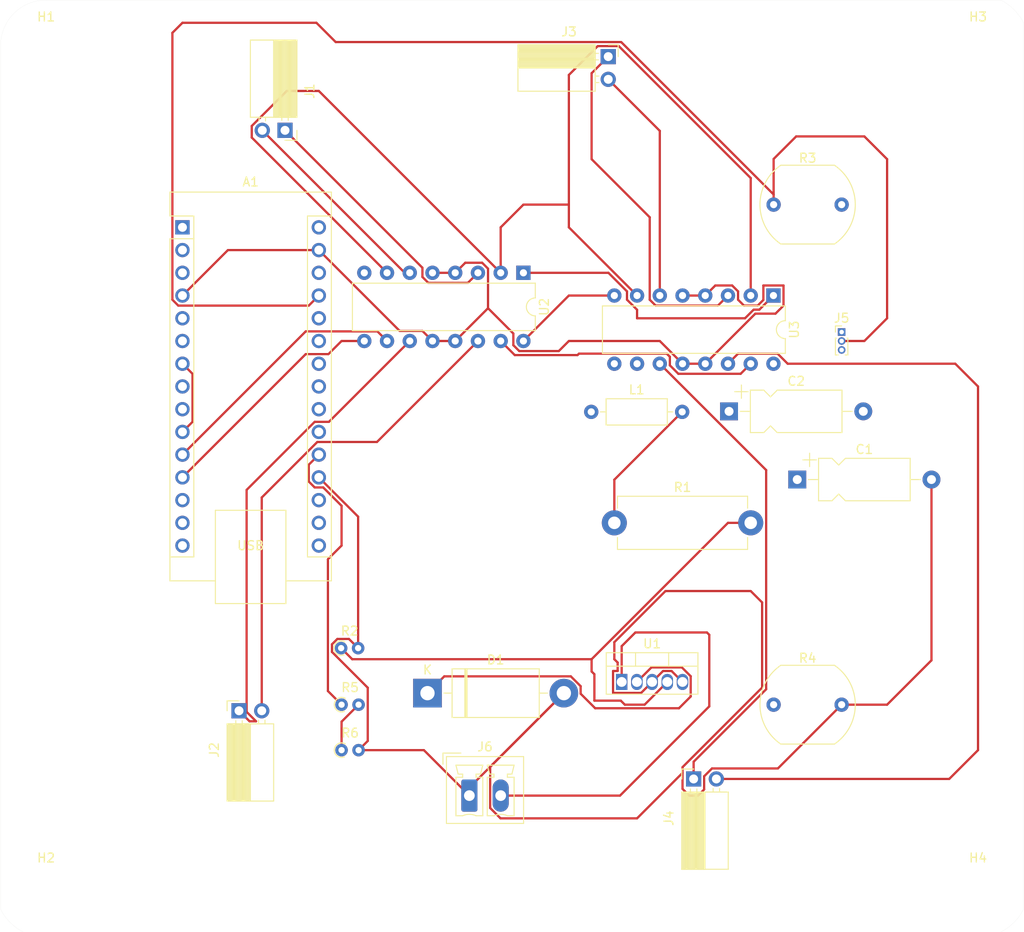
<source format=kicad_pcb>
(kicad_pcb (version 20221018) (generator pcbnew)
  (layers (0 "F.Cu" signal) (31 "B.Cu" signal) (34 "B.Paste" user) (35 "F.Paste" user) (36 "B.SilkS" user "B.Silkscreen") (37 "F.SilkS" user "F.Silkscreen") (38 "B.Mask" user) (39 "F.Mask" user) (44 "Edge.Cuts" user))
  (net 0 "")
  (net 4 "Net-(A1-GND-Pad29)")
  (net 6 "Net-(A1-D3)")
  (net 7 "Net-(A1-D4)")
  (net 9 "Net-(A1-D6)")
  (net 10 "Net-(A1-D8)")
  (net 11 "Net-(A1-D9)")
  (net 12 "Net-(A1-D10)")
  (net 18 "GND")
  (net 19 "Net-(A1-A1)")
  (net 26 "Net-(A1-+5V)")
  (net 28 "Net-(A1-VIN)")
  (net 29 "+12P")
  (net 30 "Net-(D1-K)")
  (net 31 "Net-(J1-Pin_1)")
  (net 32 "Net-(J1-Pin_2)")
  (net 33 "Net-(J2-Pin_1)")
  (net 34 "Net-(J2-Pin_2)")
  (net 35 "Net-(J3-Pin_1)")
  (net 36 "Net-(J3-Pin_2)")
  (net 37 "Net-(J4-Pin_1)")
  (net 38 "Net-(J4-Pin_2)")
  (net 39 "Net-(U1-FB)")
  (net 40 "Net-(R5-Pad2)")
  (footprint "OptoDevice:R_LDR_10x8.5mm_P7.6mm_Vertical" (layer "F.Cu") (at 109.24 101.6)
    (fp_text reference "R4" (at 3.8 -5.2) (layer "F.SilkS"))
    (fp_text value "LDR03")
    (pad "1" thru_hole circle (at 0 0) (size 1.6 1.6) (drill 0.8) (layers "*.Cu" "*.Mask") (net 26 "Net-(A1-+5V)"))
    (pad "2" thru_hole circle (at 7.6 0) (size 1.6 1.6) (drill 0.8) (layers "*.Cu" "*.Mask") (net 18 "GND"))
  )
  (footprint "Package_DIP:DIP-16_W7.62mm" (layer "F.Cu") (at 109.22 55.88 -90)
    (fp_text reference "U3" (at 3.81 -2.33 90) (layer "F.SilkS"))
    (fp_text value "L293D 1")
    (pad "1" thru_hole rect (at 0 0 270) (size 1.6 1.6) (drill 0.8) (layers "*.Cu" "*.Mask") (net 9 "Net-(A1-D6)"))
    (pad "2" thru_hole oval (at 0 2.54 270) (size 1.6 1.6) (drill 0.8) (layers "*.Cu" "*.Mask") (net 7 "Net-(A1-D4)"))
    (pad "3" thru_hole oval (at 0 5.08 270) (size 1.6 1.6) (drill 0.8) (layers "*.Cu" "*.Mask") (net 35 "Net-(J3-Pin_1)"))
    (pad "4" thru_hole oval (at 0 7.62 270) (size 1.6 1.6) (drill 0.8) (layers "*.Cu" "*.Mask") (net 4 "Net-(A1-GND-Pad29)"))
    (pad "5" thru_hole oval (at 0 10.16 270) (size 1.6 1.6) (drill 0.8) (layers "*.Cu" "*.Mask") (net 4 "Net-(A1-GND-Pad29)"))
    (pad "6" thru_hole oval (at 0 12.7 270) (size 1.6 1.6) (drill 0.8) (layers "*.Cu" "*.Mask") (net 36 "Net-(J3-Pin_2)"))
    (pad "7" thru_hole oval (at 0 15.24 270) (size 1.6 1.6) (drill 0.8) (layers "*.Cu" "*.Mask") (net 7 "Net-(A1-D4)"))
    (pad "8" thru_hole oval (at 0 17.78 270) (size 1.6 1.6) (drill 0.8) (layers "*.Cu" "*.Mask") (net 28 "Net-(A1-VIN)"))
    (pad "9" thru_hole oval (at 7.62 17.78 270) (size 1.6 1.6) (drill 0.8) (layers "*.Cu" "*.Mask") (net 11 "Net-(A1-D9)"))
    (pad "10" thru_hole oval (at 7.62 15.24 270) (size 1.6 1.6) (drill 0.8) (layers "*.Cu" "*.Mask") (net 10 "Net-(A1-D8)"))
    (pad "11" thru_hole oval (at 7.62 12.7 270) (size 1.6 1.6) (drill 0.8) (layers "*.Cu" "*.Mask") (net 37 "Net-(J4-Pin_1)"))
    (pad "12" thru_hole oval (at 7.62 10.16 270) (size 1.6 1.6) (drill 0.8) (layers "*.Cu" "*.Mask") (net 4 "Net-(A1-GND-Pad29)"))
    (pad "13" thru_hole oval (at 7.62 7.62 270) (size 1.6 1.6) (drill 0.8) (layers "*.Cu" "*.Mask") (net 4 "Net-(A1-GND-Pad29)"))
    (pad "14" thru_hole oval (at 7.62 5.08 270) (size 1.6 1.6) (drill 0.8) (layers "*.Cu" "*.Mask") (net 38 "Net-(J4-Pin_2)"))
    (pad "15" thru_hole oval (at 7.62 2.54 270) (size 1.6 1.6) (drill 0.8) (layers "*.Cu" "*.Mask") (net 6 "Net-(A1-D3)"))
    (pad "16" thru_hole oval (at 7.62 0 270) (size 1.6 1.6) (drill 0.8) (layers "*.Cu" "*.Mask") (net 28 "Net-(A1-VIN)"))
  )
  (footprint "MountingHole:MountingHole_2.1mm" (layer "F.Cu") (at 27.94 27.94)
    (fp_text reference "H1" (at 0 -3.2) (layer "F.SilkS"))
    (fp_text value "MountingHole")
    (pad "" np_thru_hole circle (at 0 0) (size 2.1 2.1) (drill 2.1) (layers "*.Cu" "*.Mask"))
  )
  (footprint "Capacitor_THT:CP_Axial_L10.0mm_D4.5mm_P15.00mm_Horizontal" (layer "F.Cu") (at 111.88 76.4425)
    (fp_text reference "C1" (at 7.5 -3.37) (layer "F.SilkS"))
    (fp_text value "100uf")
    (pad "1" thru_hole rect (at 0 0) (size 2 2) (drill 1) (layers "*.Cu" "*.Mask") (net 29 "+12P"))
    (pad "2" thru_hole oval (at 15 0) (size 2 2) (drill 1) (layers "*.Cu" "*.Mask") (net 18 "GND"))
  )
  (footprint "Package_DIP:DIP-16_W7.62mm" (layer "F.Cu") (at 81.28 53.34 -90)
    (fp_text reference "U2" (at 3.81 -2.33 90) (layer "F.SilkS"))
    (fp_text value "L293D")
    (pad "1" thru_hole rect (at 0 0 270) (size 1.6 1.6) (drill 0.8) (layers "*.Cu" "*.Mask") (net 9 "Net-(A1-D6)"))
    (pad "2" thru_hole oval (at 0 2.54 270) (size 1.6 1.6) (drill 0.8) (layers "*.Cu" "*.Mask") (net 7 "Net-(A1-D4)"))
    (pad "3" thru_hole oval (at 0 5.08 270) (size 1.6 1.6) (drill 0.8) (layers "*.Cu" "*.Mask") (net 31 "Net-(J1-Pin_1)"))
    (pad "4" thru_hole oval (at 0 7.62 270) (size 1.6 1.6) (drill 0.8) (layers "*.Cu" "*.Mask") (net 4 "Net-(A1-GND-Pad29)"))
    (pad "5" thru_hole oval (at 0 10.16 270) (size 1.6 1.6) (drill 0.8) (layers "*.Cu" "*.Mask") (net 4 "Net-(A1-GND-Pad29)"))
    (pad "6" thru_hole oval (at 0 12.7 270) (size 1.6 1.6) (drill 0.8) (layers "*.Cu" "*.Mask") (net 32 "Net-(J1-Pin_2)"))
    (pad "7" thru_hole oval (at 0 15.24 270) (size 1.6 1.6) (drill 0.8) (layers "*.Cu" "*.Mask") (net 7 "Net-(A1-D4)"))
    (pad "8" thru_hole oval (at 0 17.78 270) (size 1.6 1.6) (drill 0.8) (layers "*.Cu" "*.Mask") (net 28 "Net-(A1-VIN)"))
    (pad "9" thru_hole oval (at 7.62 17.78 270) (size 1.6 1.6) (drill 0.8) (layers "*.Cu" "*.Mask") (net 11 "Net-(A1-D9)"))
    (pad "10" thru_hole oval (at 7.62 15.24 270) (size 1.6 1.6) (drill 0.8) (layers "*.Cu" "*.Mask") (net 10 "Net-(A1-D8)"))
    (pad "11" thru_hole oval (at 7.62 12.7 270) (size 1.6 1.6) (drill 0.8) (layers "*.Cu" "*.Mask") (net 33 "Net-(J2-Pin_1)"))
    (pad "12" thru_hole oval (at 7.62 10.16 270) (size 1.6 1.6) (drill 0.8) (layers "*.Cu" "*.Mask") (net 4 "Net-(A1-GND-Pad29)"))
    (pad "13" thru_hole oval (at 7.62 7.62 270) (size 1.6 1.6) (drill 0.8) (layers "*.Cu" "*.Mask") (net 4 "Net-(A1-GND-Pad29)"))
    (pad "14" thru_hole oval (at 7.62 5.08 270) (size 1.6 1.6) (drill 0.8) (layers "*.Cu" "*.Mask") (net 34 "Net-(J2-Pin_2)"))
    (pad "15" thru_hole oval (at 7.62 2.54 270) (size 1.6 1.6) (drill 0.8) (layers "*.Cu" "*.Mask") (net 6 "Net-(A1-D3)"))
    (pad "16" thru_hole oval (at 7.62 0 270) (size 1.6 1.6) (drill 0.8) (layers "*.Cu" "*.Mask") (net 28 "Net-(A1-VIN)"))
  )
  (footprint "Connector_Phoenix_MC:PhoenixContact_MCV_1,5_2-G-3.5_1x02_P3.50mm_Vertical" (layer "F.Cu") (at 75.24 111.76)
    (fp_text reference "J6" (at 1.75 -5.45) (layer "F.SilkS"))
    (fp_text value "Screw_Terminal_01x02")
    (pad "1" thru_hole roundrect (at 0 0) (size 1.8 3.6) (drill 1.2) (layers "*.Cu" "*.Mask") (roundrect_rratio 0.138889) (net 18 "GND"))
    (pad "2" thru_hole oval (at 3.5 0) (size 1.8 3.6) (drill 1.2) (layers "*.Cu" "*.Mask") (net 29 "+12P"))
  )
  (footprint "Resistor_THT:R_Axial_DIN0204_L3.6mm_D1.6mm_P1.90mm_Vertical" (layer "F.Cu") (at 60.96 106.68)
    (fp_text reference "R6" (at 0.95 -1.92) (layer "F.SilkS"))
    (fp_text value "1k")
    (pad "1" thru_hole circle (at 0 0) (size 1.4 1.4) (drill 0.7) (layers "*.Cu" "*.Mask") (net 40 "Net-(R5-Pad2)"))
    (pad "2" thru_hole oval (at 1.9 0) (size 1.4 1.4) (drill 0.7) (layers "*.Cu" "*.Mask") (net 18 "GND"))
  )
  (footprint "OptoDevice:R_LDR_10x8.5mm_P7.6mm_Vertical" (layer "F.Cu") (at 109.24 45.72)
    (fp_text reference "R3" (at 3.8 -5.2) (layer "F.SilkS"))
    (fp_text value "LDR03")
    (pad "1" thru_hole circle (at 0 0) (size 1.6 1.6) (drill 0.8) (layers "*.Cu" "*.Mask") (net 26 "Net-(A1-+5V)"))
    (pad "2" thru_hole circle (at 7.6 0) (size 1.6 1.6) (drill 0.8) (layers "*.Cu" "*.Mask") (net 19 "Net-(A1-A1)"))
  )
  (footprint "Inductor_THT:L_Axial_L6.6mm_D2.7mm_P10.16mm_Horizontal_Vishay_IM-2" (layer "F.Cu") (at 88.86 68.88)
    (fp_text reference "L1" (at 5.08 -2.47) (layer "F.SilkS"))
    (fp_text value "100uH")
    (pad "1" thru_hole circle (at 0 0) (size 1.6 1.6) (drill 0.8) (layers "*.Cu" "*.Mask") (net 30 "Net-(D1-K)"))
    (pad "2" thru_hole oval (at 10.16 0) (size 1.6 1.6) (drill 0.8) (layers "*.Cu" "*.Mask") (net 28 "Net-(A1-VIN)"))
  )
  (footprint "Connector_PinSocket_2.54mm:PinSocket_1x02_P2.54mm_Horizontal" (layer "F.Cu") (at 54.64 37.42 -90)
    (fp_text reference "J1" (at -4.38 -2.77 90) (layer "F.SilkS"))
    (fp_text value "Screw_Terminal_01x02")
    (pad "1" thru_hole rect (at 0 0 270) (size 1.7 1.7) (drill 1) (layers "*.Cu" "*.Mask") (net 31 "Net-(J1-Pin_1)"))
    (pad "2" thru_hole oval (at 0 2.54 270) (size 1.7 1.7) (drill 1) (layers "*.Cu" "*.Mask") (net 32 "Net-(J1-Pin_2)"))
  )
  (footprint "Package_TO_SOT_THT:TO-220-5_Vertical" (layer "F.Cu") (at 92.26 99.06)
    (fp_text reference "U1" (at 3.4 -4.27) (layer "F.SilkS"))
    (fp_text value "LM2576HVT-ADJ")
    (pad "1" thru_hole rect (at 0 0) (size 1.275 1.8) (drill 1.1) (layers "*.Cu" "*.Mask") (net 29 "+12P"))
    (pad "2" thru_hole oval (at 1.7 0) (size 1.275 1.8) (drill 1.1) (layers "*.Cu" "*.Mask") (net 30 "Net-(D1-K)"))
    (pad "3" thru_hole oval (at 3.4 0) (size 1.275 1.8) (drill 1.1) (layers "*.Cu" "*.Mask") (net 18 "GND"))
    (pad "4" thru_hole oval (at 5.1 0) (size 1.275 1.8) (drill 1.1) (layers "*.Cu" "*.Mask") (net 39 "Net-(U1-FB)"))
    (pad "5" thru_hole oval (at 6.8 0) (size 1.275 1.8) (drill 1.1) (layers "*.Cu" "*.Mask") (net 18 "GND"))
  )
  (footprint "Resistor_THT:R_Axial_DIN0614_L14.3mm_D5.7mm_P15.24mm_Horizontal" (layer "F.Cu") (at 91.44 81.28)
    (fp_text reference "R1" (at 7.62 -3.97) (layer "F.SilkS"))
    (fp_text value "50k")
    (pad "1" thru_hole circle (at 0 0) (size 2.8 2.8) (drill 1.4) (layers "*.Cu" "*.Mask") (net 28 "Net-(A1-VIN)"))
    (pad "2" thru_hole oval (at 15.24 0) (size 2.8 2.8) (drill 1.4) (layers "*.Cu" "*.Mask") (net 39 "Net-(U1-FB)"))
  )
  (footprint "MountingHole:MountingHole_2.1mm" (layer "F.Cu") (at 27.94 121.92)
    (fp_text reference "H2" (at 0 -3.2) (layer "F.SilkS"))
    (fp_text value "MountingHole")
    (pad "" np_thru_hole circle (at 0 0) (size 2.1 2.1) (drill 2.1) (layers "*.Cu" "*.Mask"))
  )
  (footprint "MountingHole:MountingHole_2.1mm" (layer "F.Cu") (at 132.08 121.92)
    (fp_text reference "H4" (at 0 -3.2) (layer "F.SilkS"))
    (fp_text value "MountingHole")
    (pad "" np_thru_hole circle (at 0 0) (size 2.1 2.1) (drill 2.1) (layers "*.Cu" "*.Mask"))
  )
  (footprint "Resistor_THT:R_Axial_DIN0204_L3.6mm_D1.6mm_P1.90mm_Vertical" (layer "F.Cu") (at 60.91 95.28)
    (fp_text reference "R2" (at 0.95 -1.92) (layer "F.SilkS"))
    (fp_text value "1.2k")
    (pad "1" thru_hole circle (at 0 0) (size 1.4 1.4) (drill 0.7) (layers "*.Cu" "*.Mask") (net 39 "Net-(U1-FB)"))
    (pad "2" thru_hole oval (at 1.9 0) (size 1.4 1.4) (drill 0.7) (layers "*.Cu" "*.Mask") (net 18 "GND"))
  )
  (footprint "Connector_PinHeader_1.00mm:PinHeader_1x03_P1.00mm_Vertical" (layer "F.Cu") (at 116.84 59.96)
    (fp_text reference "J5" (at 0 -1.56) (layer "F.SilkS"))
    (fp_text value "Conn_01x03_Pin")
    (pad "1" thru_hole rect (at 0 0) (size 0.85 0.85) (drill 0.5) (layers "*.Cu" "*.Mask") (net 18 "GND"))
    (pad "2" thru_hole oval (at 0 1) (size 0.85 0.85) (drill 0.5) (layers "*.Cu" "*.Mask") (net 26 "Net-(A1-+5V)"))
    (pad "3" thru_hole oval (at 0 2) (size 0.85 0.85) (drill 0.5) (layers "*.Cu" "*.Mask") (net 12 "Net-(A1-D10)"))
  )
  (footprint "Module:Arduino_Nano" (layer "F.Cu") (at 43.18 48.26)
    (fp_text reference "A1" (at 7.62 -5.08) (layer "F.SilkS"))
    (fp_text value "Arduino_Nano_Every")
    (fp_text user "USB" (at 7.62 35.56 unlocked) (layer "F.SilkS"))
    (pad "1" thru_hole rect (at 0 0) (size 1.6 1.6) (drill 1) (layers "*.Cu" "*.Mask"))
    (pad "2" thru_hole oval (at 0 2.54) (size 1.6 1.6) (drill 1) (layers "*.Cu" "*.Mask"))
    (pad "3" thru_hole oval (at 0 5.08) (size 1.6 1.6) (drill 1) (layers "*.Cu" "*.Mask"))
    (pad "4" thru_hole oval (at 0 7.62) (size 1.6 1.6) (drill 1) (layers "*.Cu" "*.Mask") (net 4 "Net-(A1-GND-Pad29)"))
    (pad "5" thru_hole oval (at 0 10.16) (size 1.6 1.6) (drill 1) (layers "*.Cu" "*.Mask"))
    (pad "6" thru_hole oval (at 0 12.7) (size 1.6 1.6) (drill 1) (layers "*.Cu" "*.Mask") (net 6 "Net-(A1-D3)"))
    (pad "7" thru_hole oval (at 0 15.24) (size 1.6 1.6) (drill 1) (layers "*.Cu" "*.Mask") (net 7 "Net-(A1-D4)"))
    (pad "8" thru_hole oval (at 0 17.78) (size 1.6 1.6) (drill 1) (layers "*.Cu" "*.Mask"))
    (pad "9" thru_hole oval (at 0 20.32) (size 1.6 1.6) (drill 1) (layers "*.Cu" "*.Mask") (net 9 "Net-(A1-D6)"))
    (pad "10" thru_hole oval (at 0 22.86) (size 1.6 1.6) (drill 1) (layers "*.Cu" "*.Mask") (net 7 "Net-(A1-D4)"))
    (pad "11" thru_hole oval (at 0 25.4) (size 1.6 1.6) (drill 1) (layers "*.Cu" "*.Mask") (net 10 "Net-(A1-D8)"))
    (pad "12" thru_hole oval (at 0 27.94) (size 1.6 1.6) (drill 1) (layers "*.Cu" "*.Mask") (net 11 "Net-(A1-D9)"))
    (pad "13" thru_hole oval (at 0 30.48) (size 1.6 1.6) (drill 1) (layers "*.Cu" "*.Mask") (net 12 "Net-(A1-D10)"))
    (pad "14" thru_hole oval (at 0 33.02) (size 1.6 1.6) (drill 1) (layers "*.Cu" "*.Mask"))
    (pad "15" thru_hole oval (at 0 35.56) (size 1.6 1.6) (drill 1) (layers "*.Cu" "*.Mask"))
    (pad "16" thru_hole oval (at 15.24 35.56) (size 1.6 1.6) (drill 1) (layers "*.Cu" "*.Mask"))
    (pad "17" thru_hole oval (at 15.24 33.02) (size 1.6 1.6) (drill 1) (layers "*.Cu" "*.Mask"))
    (pad "18" thru_hole oval (at 15.24 30.48) (size 1.6 1.6) (drill 1) (layers "*.Cu" "*.Mask"))
    (pad "19" thru_hole oval (at 15.24 27.94) (size 1.6 1.6) (drill 1) (layers "*.Cu" "*.Mask") (net 18 "GND"))
    (pad "20" thru_hole oval (at 15.24 25.4) (size 1.6 1.6) (drill 1) (layers "*.Cu" "*.Mask") (net 19 "Net-(A1-A1)"))
    (pad "21" thru_hole oval (at 15.24 22.86) (size 1.6 1.6) (drill 1) (layers "*.Cu" "*.Mask"))
    (pad "22" thru_hole oval (at 15.24 20.32) (size 1.6 1.6) (drill 1) (layers "*.Cu" "*.Mask"))
    (pad "23" thru_hole oval (at 15.24 17.78) (size 1.6 1.6) (drill 1) (layers "*.Cu" "*.Mask"))
    (pad "24" thru_hole oval (at 15.24 15.24) (size 1.6 1.6) (drill 1) (layers "*.Cu" "*.Mask"))
    (pad "25" thru_hole oval (at 15.24 12.7) (size 1.6 1.6) (drill 1) (layers "*.Cu" "*.Mask"))
    (pad "26" thru_hole oval (at 15.24 10.16) (size 1.6 1.6) (drill 1) (layers "*.Cu" "*.Mask"))
    (pad "27" thru_hole oval (at 15.24 7.62) (size 1.6 1.6) (drill 1) (layers "*.Cu" "*.Mask") (net 26 "Net-(A1-+5V)"))
    (pad "28" thru_hole oval (at 15.24 5.08) (size 1.6 1.6) (drill 1) (layers "*.Cu" "*.Mask"))
    (pad "29" thru_hole oval (at 15.24 2.54) (size 1.6 1.6) (drill 1) (layers "*.Cu" "*.Mask") (net 4 "Net-(A1-GND-Pad29)"))
    (pad "30" thru_hole oval (at 15.24 0) (size 1.6 1.6) (drill 1) (layers "*.Cu" "*.Mask") (net 28 "Net-(A1-VIN)"))
  )
  (footprint "Connector_PinSocket_2.54mm:PinSocket_1x02_P2.54mm_Horizontal" (layer "F.Cu") (at 100.3 109.9 90)
    (fp_text reference "J4" (at -4.38 -2.77 90) (layer "F.SilkS"))
    (fp_text value "Screw_Terminal_01x02")
    (pad "1" thru_hole rect (at 0 0 90) (size 1.7 1.7) (drill 1) (layers "*.Cu" "*.Mask") (net 37 "Net-(J4-Pin_1)"))
    (pad "2" thru_hole oval (at 0 2.54 90) (size 1.7 1.7) (drill 1) (layers "*.Cu" "*.Mask") (net 38 "Net-(J4-Pin_2)"))
  )
  (footprint "Diode_THT:D_DO-201AD_P15.24mm_Horizontal" (layer "F.Cu") (at 70.56 100.31)
    (fp_text reference "D1" (at 7.62 -3.72) (layer "F.SilkS"))
    (fp_text value "1N5822")
    (fp_text user "K" (at 0 -2.6) (layer "F.SilkS"))
    (pad "1" thru_hole rect (at 0 0) (size 3.2 3.2) (drill 1.6) (layers "*.Cu" "*.Mask") (net 30 "Net-(D1-K)"))
    (pad "2" thru_hole oval (at 15.24 0) (size 3.2 3.2) (drill 1.6) (layers "*.Cu" "*.Mask") (net 18 "GND"))
  )
  (footprint "Connector_PinSocket_2.54mm:PinSocket_1x02_P2.54mm_Horizontal" (layer "F.Cu") (at 90.76 29.18)
    (fp_text reference "J3" (at -4.38 -2.77) (layer "F.SilkS"))
    (fp_text value "Screw_Terminal_01x02")
    (pad "1" thru_hole rect (at 0 0) (size 1.7 1.7) (drill 1) (layers "*.Cu" "*.Mask") (net 35 "Net-(J3-Pin_1)"))
    (pad "2" thru_hole oval (at 0 2.54) (size 1.7 1.7) (drill 1) (layers "*.Cu" "*.Mask") (net 36 "Net-(J3-Pin_2)"))
  )
  (footprint "Connector_PinSocket_2.54mm:PinSocket_1x02_P2.54mm_Horizontal" (layer "F.Cu") (at 49.5 102.28 90)
    (fp_text reference "J2" (at -4.38 -2.77 90) (layer "F.SilkS"))
    (fp_text value "Screw_Terminal_01x02")
    (pad "1" thru_hole rect (at 0 0 90) (size 1.7 1.7) (drill 1) (layers "*.Cu" "*.Mask") (net 33 "Net-(J2-Pin_1)"))
    (pad "2" thru_hole oval (at 0 2.54 90) (size 1.7 1.7) (drill 1) (layers "*.Cu" "*.Mask") (net 34 "Net-(J2-Pin_2)"))
  )
  (footprint "MountingHole:MountingHole_2.1mm" (layer "F.Cu") (at 132.08 27.94)
    (fp_text reference "H3" (at 0 -3.2) (layer "F.SilkS"))
    (fp_text value "MountingHole")
    (pad "" np_thru_hole circle (at 0 0) (size 2.1 2.1) (drill 2.1) (layers "*.Cu" "*.Mask"))
  )
  (footprint "Capacitor_THT:CP_Axial_L10.0mm_D4.5mm_P15.00mm_Horizontal" (layer "F.Cu") (at 104.26 68.8225)
    (fp_text reference "C2" (at 7.5 -3.37) (layer "F.SilkS"))
    (fp_text value "1000uf")
    (pad "1" thru_hole rect (at 0 0) (size 2 2) (drill 1) (layers "*.Cu" "*.Mask") (net 28 "Net-(A1-VIN)"))
    (pad "2" thru_hole oval (at 15 0) (size 2 2) (drill 1) (layers "*.Cu" "*.Mask") (net 18 "GND"))
  )
  (footprint "Resistor_THT:R_Axial_DIN0204_L3.6mm_D1.6mm_P1.90mm_Vertical" (layer "F.Cu") (at 60.96 101.6)
    (fp_text reference "R5" (at 0.95 -1.92) (layer "F.SilkS"))
    (fp_text value "1k")
    (pad "1" thru_hole circle (at 0 0) (size 1.4 1.4) (drill 0.7) (layers "*.Cu" "*.Mask") (net 19 "Net-(A1-A1)"))
    (pad "2" thru_hole oval (at 1.9 0) (size 1.4 1.4) (drill 0.7) (layers "*.Cu" "*.Mask") (net 40 "Net-(R5-Pad2)"))
  )
  (gr_arc (start 22.86 27.94) (mid 24.347898 24.347898) (end 27.94 22.86) (stroke (width 0.01)) (layer "Edge.Cuts"))
  (gr_line (start 134.62 22.860001) (end 35.56 22.86) (stroke (width 0.01)) (layer "Edge.Cuts"))
  (gr_line (start 22.86 27.94) (end 22.860001 124.46) (stroke (width 0.01)) (layer "Edge.Cuts"))
  (gr_line (start 25.4 126.999999) (end 134.62 126.999999) (stroke (width 0.01)) (layer "Edge.Cuts"))
  (gr_arc (start 134.62 22.860001) (mid 136.096092 23.923908) (end 137.159999 25.4) (stroke (width 0.01)) (layer "Edge.Cuts"))
  (gr_line (start 35.56 22.86) (end 27.94 22.86) (stroke (width 0.01)) (layer "Edge.Cuts"))
  (gr_arc (start 25.4 126.999999) (mid 23.923908 125.936092) (end 22.860001 124.46) (stroke (width 0.01)) (layer "Edge.Cuts"))
  (gr_line (start 137.159999 124.46) (end 137.159999 25.4) (stroke (width 0.01)) (layer "Edge.Cuts"))
  (gr_arc (start 137.159999 124.46) (mid 136.096092 125.936092) (end 134.62 126.999999) (stroke (width 0.01)) (layer "Edge.Cuts"))
  (segment (start 76.665991 52.215) (end 77.325 52.874009) (width 0.25) (layer "F.Cu") (net 4))
  (segment (start 80.814009 62.085) (end 85.235 62.085) (width 0.25) (layer "F.Cu") (net 4))
  (segment (start 110.345 57.005) (end 109.445 57.905) (width 0.25) (layer "F.Cu") (net 4))
  (segment (start 86.36 60.96) (end 96.52 60.96) (width 0.25) (layer "F.Cu") (net 4))
  (segment (start 69.995 59.835) (end 71.12 60.96) (width 0.25) (layer "F.Cu") (net 4))
  (segment (start 101.6 55.88) (end 102.725 54.755) (width 0.25) (layer "F.Cu") (net 4))
  (segment (start 71.12 53.34) (end 73.66 53.34) (width 0.25) (layer "F.Cu") (net 4))
  (segment (start 85.235 62.085) (end 86.36 60.96) (width 0.25) (layer "F.Cu") (net 4))
  (segment (start 105.265 55.414009) (end 105.265 56.345991) (width 0.25) (layer "F.Cu") (net 4))
  (segment (start 96.52 60.96) (end 99.06 63.5) (width 0.25) (layer "F.Cu") (net 4))
  (segment (start 105.265 56.345991) (end 105.924009 57.005) (width 0.25) (layer "F.Cu") (net 4))
  (segment (start 102.725 54.755) (end 104.605991 54.755) (width 0.25) (layer "F.Cu") (net 4))
  (segment (start 107.195 57.905) (end 101.6 63.5) (width 0.25) (layer "F.Cu") (net 4))
  (segment (start 108.095 56.368604) (end 108.095 54.755) (width 0.25) (layer "F.Cu") (net 4))
  (segment (start 67.455 59.835) (end 69.995 59.835) (width 0.25) (layer "F.Cu") (net 4))
  (segment (start 73.66 53.34) (end 74.785 52.215) (width 0.25) (layer "F.Cu") (net 4))
  (segment (start 77.325 52.874009) (end 77.325 57.295) (width 0.25) (layer "F.Cu") (net 4))
  (segment (start 107.458604 57.005) (end 108.095 56.368604) (width 0.25) (layer "F.Cu") (net 4))
  (segment (start 48.26 50.8) (end 43.18 55.88) (width 0.25) (layer "F.Cu") (net 4))
  (segment (start 104.605991 54.755) (end 105.265 55.414009) (width 0.25) (layer "F.Cu") (net 4))
  (segment (start 77.325 57.295) (end 73.66 60.96) (width 0.25) (layer "F.Cu") (net 4))
  (segment (start 73.66 60.96) (end 71.12 60.96) (width 0.25) (layer "F.Cu") (net 4))
  (segment (start 108.095 54.755) (end 110.345 54.755) (width 0.25) (layer "F.Cu") (net 4))
  (segment (start 58.42 50.8) (end 67.455 59.835) (width 0.25) (layer "F.Cu") (net 4))
  (segment (start 99.06 55.88) (end 101.6 55.88) (width 0.25) (layer "F.Cu") (net 4))
  (segment (start 110.345 54.755) (end 110.345 57.005) (width 0.25) (layer "F.Cu") (net 4))
  (segment (start 109.445 57.905) (end 107.195 57.905) (width 0.25) (layer "F.Cu") (net 4))
  (segment (start 80.155 60.125) (end 80.155 61.425991) (width 0.25) (layer "F.Cu") (net 4))
  (segment (start 77.325 57.295) (end 80.155 60.125) (width 0.25) (layer "F.Cu") (net 4))
  (segment (start 105.924009 57.005) (end 107.458604 57.005) (width 0.25) (layer "F.Cu") (net 4))
  (segment (start 58.42 50.8) (end 48.26 50.8) (width 0.25) (layer "F.Cu") (net 4))
  (segment (start 101.6 63.5) (end 99.06 63.5) (width 0.25) (layer "F.Cu") (net 4))
  (segment (start 74.785 52.215) (end 76.665991 52.215) (width 0.25) (layer "F.Cu") (net 4))
  (segment (start 80.155 61.425991) (end 80.814009 62.085) (width 0.25) (layer "F.Cu") (net 4))
  (segment (start 97.645 62.721396) (end 97.298604 62.375) (width 0.25) (layer "F.Cu") (net 6))
  (segment (start 97.298604 62.375) (end 87.485 62.375) (width 0.25) (layer "F.Cu") (net 6))
  (segment (start 80.315 62.535) (end 78.74 60.96) (width 0.25) (layer "F.Cu") (net 6))
  (segment (start 106.68 63.5) (end 105.555 64.625) (width 0.25) (layer "F.Cu") (net 6))
  (segment (start 98.594009 64.625) (end 97.645 63.675991) (width 0.25) (layer "F.Cu") (net 6))
  (segment (start 87.485 62.375) (end 87.325 62.535) (width 0.25) (layer "F.Cu") (net 6))
  (segment (start 97.645 63.675991) (end 97.645 62.721396) (width 0.25) (layer "F.Cu") (net 6))
  (segment (start 105.555 64.625) (end 98.594009 64.625) (width 0.25) (layer "F.Cu") (net 6))
  (segment (start 87.325 62.535) (end 80.315 62.535) (width 0.25) (layer "F.Cu") (net 6))
  (segment (start 86.36 48.26) (end 93.98 55.88) (width 0.25) (layer "F.Cu") (net 7))
  (segment (start 50.925 36.933299) (end 54.838299 33.02) (width 0.25) (layer "F.Cu") (net 7))
  (segment (start 44.305 64.625) (end 43.18 63.5) (width 0.25) (layer "F.Cu") (net 7))
  (segment (start 89.585 28.005) (end 86.36 31.23) (width 0.25) (layer "F.Cu") (net 7))
  (segment (start 54.838299 33.02) (end 58.42 33.02) (width 0.25) (layer "F.Cu") (net 7))
  (segment (start 106.68 42.75) (end 91.935 28.005) (width 0.25) (layer "F.Cu") (net 7))
  (segment (start 86.36 45.72) (end 86.36 48.26) (width 0.25) (layer "F.Cu") (net 7))
  (segment (start 58.42 33.02) (end 78.74 53.34) (width 0.25) (layer "F.Cu") (net 7))
  (segment (start 78.74 53.34) (end 78.74 48.26) (width 0.25) (layer "F.Cu") (net 7))
  (segment (start 66.04 53.34) (end 50.925 38.225) (width 0.25) (layer "F.Cu") (net 7))
  (segment (start 106.68 55.88) (end 106.68 42.75) (width 0.25) (layer "F.Cu") (net 7))
  (segment (start 81.28 45.72) (end 86.36 45.72) (width 0.25) (layer "F.Cu") (net 7))
  (segment (start 91.935 28.005) (end 89.585 28.005) (width 0.25) (layer "F.Cu") (net 7))
  (segment (start 44.305 69.995) (end 44.305 64.625) (width 0.25) (layer "F.Cu") (net 7))
  (segment (start 86.36 31.23) (end 86.36 45.72) (width 0.25) (layer "F.Cu") (net 7))
  (segment (start 50.925 38.225) (end 50.925 36.933299) (width 0.25) (layer "F.Cu") (net 7))
  (segment (start 78.74 48.26) (end 81.28 45.72) (width 0.25) (layer "F.Cu") (net 7))
  (segment (start 43.18 71.12) (end 44.305 69.995) (width 0.25) (layer "F.Cu") (net 7))
  (segment (start 107.008604 57.455) (end 107.645 57.455) (width 0.25) (layer "F.Cu") (net 9))
  (segment (start 106.043604 58.42) (end 107.008604 57.455) (width 0.25) (layer "F.Cu") (net 9))
  (segment (start 92.855 56.345991) (end 93.98 57.470991) (width 0.25) (layer "F.Cu") (net 9))
  (segment (start 93.98 57.470991) (end 93.98 58.42) (width 0.25) (layer "F.Cu") (net 9))
  (segment (start 107.645 57.455) (end 109.22 55.88) (width 0.25) (layer "F.Cu") (net 9))
  (segment (start 90.780991 53.34) (end 92.855 55.414009) (width 0.25) (layer "F.Cu") (net 9))
  (segment (start 93.98 58.42) (end 106.043604 58.42) (width 0.25) (layer "F.Cu") (net 9))
  (segment (start 92.855 55.414009) (end 92.855 56.345991) (width 0.25) (layer "F.Cu") (net 9))
  (segment (start 81.28 53.34) (end 90.780991 53.34) (width 0.25) (layer "F.Cu") (net 9))
  (segment (start 43.18 73.66) (end 56.955 59.885) (width 0.25) (layer "F.Cu") (net 10))
  (segment (start 64.965 59.885) (end 66.04 60.96) (width 0.25) (layer "F.Cu") (net 10))
  (segment (start 56.955 59.885) (end 64.965 59.885) (width 0.25) (layer "F.Cu") (net 10))
  (segment (start 56.955 62.425) (end 59.495 62.425) (width 0.25) (layer "F.Cu") (net 11))
  (segment (start 43.18 76.2) (end 56.955 62.425) (width 0.25) (layer "F.Cu") (net 11))
  (segment (start 59.495 62.425) (end 60.96 60.96) (width 0.25) (layer "F.Cu") (net 11))
  (segment (start 60.96 60.96) (end 63.5 60.96) (width 0.25) (layer "F.Cu") (net 11))
  (segment (start 78.718299 114.3) (end 93.98 114.3) (width 0.25) (layer "F.Cu") (net 18))
  (segment (start 99.81 111.76) (end 99.06 111.01) (width 0.25) (layer "F.Cu") (net 18))
  (segment (start 77.565 113.146701) (end 78.718299 114.3) (width 0.25) (layer "F.Cu") (net 18))
  (segment (start 93.98 114.3) (end 99.06 109.22) (width 0.25) (layer "F.Cu") (net 18))
  (segment (start 63.885 99.704569) (end 59.885 95.704569) (width 0.25) (layer "F.Cu") (net 18))
  (segment (start 62.81 80.59) (end 58.42 76.2) (width 0.25) (layer "F.Cu") (net 18))
  (segment (start 91.2975 100.285) (end 91.2975 97.835) (width 0.25) (layer "F.Cu") (net 18))
  (segment (start 62.86 106.68) (end 63.885 105.655) (width 0.25) (layer "F.Cu") (net 18))
  (segment (start 97.835 97.835) (end 96.885 97.835) (width 0.25) (layer "F.Cu") (net 18))
  (segment (start 62.86 106.68) (end 70.16 106.68) (width 0.25) (layer "F.Cu") (net 18))
  (segment (start 59.885 94.855431) (end 60.485431 94.255) (width 0.25) (layer "F.Cu") (net 18))
  (segment (start 59.885 95.704569) (end 59.885 94.855431) (width 0.25) (layer "F.Cu") (net 18))
  (segment (start 97.156396 88.9) (end 91.44 94.616396) (width 0.25) (layer "F.Cu") (net 18))
  (segment (start 99.06 99.06) (end 97.835 97.835) (width 0.25) (layer "F.Cu") (net 18))
  (segment (start 101.475 109.603299) (end 101.475 111.075) (width 0.25) (layer "F.Cu") (net 18))
  (segment (start 60.485431 94.255) (end 61.785 94.255) (width 0.25) (layer "F.Cu") (net 18))
  (segment (start 99.06 111.01) (end 99.06 108.583604) (width 0.25) (layer "F.Cu") (net 18))
  (segment (start 70.16 106.68) (end 75.24 111.76) (width 0.25) (layer "F.Cu") (net 18))
  (segment (start 85.8 100.31) (end 77.565 108.545) (width 0.25) (layer "F.Cu") (net 18))
  (segment (start 62.81 95.28) (end 62.81 80.59) (width 0.25) (layer "F.Cu") (net 18))
  (segment (start 63.885 105.655) (end 63.885 99.704569) (width 0.25) (layer "F.Cu") (net 18))
  (segment (start 102.353299 108.725) (end 101.475 109.603299) (width 0.25) (layer "F.Cu") (net 18))
  (segment (start 91.2975 97.835) (end 91.81 97.835) (width 0.25) (layer "F.Cu") (net 18))
  (segment (start 91.44 96.52) (end 91.81 96.89) (width 0.25) (layer "F.Cu") (net 18))
  (segment (start 61.785 94.255) (end 62.81 95.28) (width 0.25) (layer "F.Cu") (net 18))
  (segment (start 106.68 88.9) (end 97.156396 88.9) (width 0.25) (layer "F.Cu") (net 18))
  (segment (start 107.955 90.175) (end 106.68 88.9) (width 0.25) (layer "F.Cu") (net 18))
  (segment (start 116.84 101.6) (end 109.715 108.725) (width 0.25) (layer "F.Cu") (net 18))
  (segment (start 126.88 96.64) (end 126.88 76.4425) (width 0.25) (layer "F.Cu") (net 18))
  (segment (start 85.8 100.31) (end 75.24 110.87) (width 0.25) (layer "F.Cu") (net 18))
  (segment (start 94.435 100.285) (end 91.2975 100.285) (width 0.25) (layer "F.Cu") (net 18))
  (segment (start 91.44 94.616396) (end 91.44 96.52) (width 0.25) (layer "F.Cu") (net 18))
  (segment (start 99.06 108.583604) (end 107.955 99.688604) (width 0.25) (layer "F.Cu") (net 18))
  (segment (start 109.715 108.725) (end 102.353299 108.725) (width 0.25) (layer "F.Cu") (net 18))
  (segment (start 107.955 99.688604) (end 107.955 90.175) (width 0.25) (layer "F.Cu") (net 18))
  (segment (start 121.92 101.6) (end 126.88 96.64) (width 0.25) (layer "F.Cu") (net 18))
  (segment (start 91.81 96.89) (end 91.81 97.835) (width 0.25) (layer "F.Cu") (net 18))
  (segment (start 95.66 99.06) (end 94.435 100.285) (width 0.25) (layer "F.Cu") (net 18))
  (segment (start 116.84 101.6) (end 121.92 101.6) (width 0.25) (layer "F.Cu") (net 18))
  (segment (start 96.885 97.835) (end 95.66 99.06) (width 0.25) (layer "F.Cu") (net 18))
  (segment (start 100.79 111.76) (end 99.81 111.76) (width 0.25) (layer "F.Cu") (net 18))
  (segment (start 77.565 108.545) (end 77.565 113.146701) (width 0.25) (layer "F.Cu") (net 18))
  (segment (start 101.475 111.075) (end 100.79 111.76) (width 0.25) (layer "F.Cu") (net 18))
  (segment (start 75.24 110.87) (end 75.24 111.76) (width 0.25) (layer "F.Cu") (net 18))
  (segment (start 57.295 76.665991) (end 57.295 74.785) (width 0.25) (layer "F.Cu") (net 19))
  (segment (start 57.954009 77.325) (end 57.295 76.665991) (width 0.25) (layer "F.Cu") (net 19))
  (segment (start 58.908604 77.325) (end 57.954009 77.325) (width 0.25) (layer "F.Cu") (net 19))
  (segment (start 59.435 85.345) (end 60.96 83.82) (width 0.25) (layer "F.Cu") (net 19))
  (segment (start 60.96 101.6) (end 59.435 100.075) (width 0.25) (layer "F.Cu") (net 19))
  (segment (start 57.295 74.785) (end 58.42 73.66) (width 0.25) (layer "F.Cu") (net 19))
  (segment (start 59.435 100.075) (end 59.435 85.345) (width 0.25) (layer "F.Cu") (net 19))
  (segment (start 60.96 79.376396) (end 58.908604 77.325) (width 0.25) (layer "F.Cu") (net 19))
  (segment (start 60.96 83.82) (end 60.96 79.376396) (width 0.25) (layer "F.Cu") (net 19))
  (segment (start 57.295 57.005) (end 42.714009 57.005) (width 0.25) (layer "F.Cu") (net 26))
  (segment (start 121.92 40.64) (end 121.92 58.42) (width 0.25) (layer "F.Cu") (net 26))
  (segment (start 119.38 38.1) (end 121.92 40.64) (width 0.25) (layer "F.Cu") (net 26))
  (segment (start 119.38 60.96) (end 116.84 60.96) (width 0.25) (layer "F.Cu") (net 26))
  (segment (start 58.148299 25.4) (end 60.303299 27.555) (width 0.25) (layer "F.Cu") (net 26))
  (segment (start 43.18 25.4) (end 58.148299 25.4) (width 0.25) (layer "F.Cu") (net 26))
  (segment (start 42.055 56.345991) (end 42.055 26.525) (width 0.25) (layer "F.Cu") (net 26))
  (segment (start 111.76 38.1) (end 119.38 38.1) (width 0.25) (layer "F.Cu") (net 26))
  (segment (start 60.303299 27.555) (end 92.20637 27.555) (width 0.25) (layer "F.Cu") (net 26))
  (segment (start 58.42 55.88) (end 57.295 57.005) (width 0.25) (layer "F.Cu") (net 26))
  (segment (start 121.92 58.42) (end 119.38 60.96) (width 0.25) (layer "F.Cu") (net 26))
  (segment (start 109.24 40.62) (end 111.76 38.1) (width 0.25) (layer "F.Cu") (net 26))
  (segment (start 92.20637 27.555) (end 109.24 44.58863) (width 0.25) (layer "F.Cu") (net 26))
  (segment (start 42.055 26.525) (end 43.18 25.4) (width 0.25) (layer "F.Cu") (net 26))
  (segment (start 42.714009 57.005) (end 42.055 56.345991) (width 0.25) (layer "F.Cu") (net 26))
  (segment (start 109.24 45.72) (end 109.24 40.62) (width 0.25) (layer "F.Cu") (net 26))
  (segment (start 86.36 55.88) (end 81.28 60.96) (width 0.25) (layer "F.Cu") (net 28))
  (segment (start 91.44 81.28) (end 91.44 76.46) (width 0.25) (layer "F.Cu") (net 28))
  (segment (start 91.44 55.88) (end 86.36 55.88) (width 0.25) (layer "F.Cu") (net 28))
  (segment (start 91.44 76.46) (end 99.02 68.88) (width 0.25) (layer "F.Cu") (net 28))
  (segment (start 93.793604 93.53) (end 92.26 95.063604) (width 0.25) (layer "F.Cu") (net 29))
  (segment (start 102.05 101.786396) (end 102.05 93.793604) (width 0.25) (layer "F.Cu") (net 29))
  (segment (start 92.076396 111.76) (end 102.05 101.786396) (width 0.25) (layer "F.Cu") (net 29))
  (segment (start 101.786396 93.53) (end 93.793604 93.53) (width 0.25) (layer "F.Cu") (net 29))
  (segment (start 102.05 93.793604) (end 101.786396 93.53) (width 0.25) (layer "F.Cu") (net 29))
  (segment (start 78.74 111.76) (end 92.076396 111.76) (width 0.25) (layer "F.Cu") (net 29))
  (segment (start 92.26 95.063604) (end 92.26 99.06) (width 0.25) (layer "F.Cu") (net 29))
  (segment (start 72.435 98.435) (end 86.576651 98.435) (width 0.25) (layer "F.Cu") (net 30))
  (segment (start 95.585 97.435) (end 93.96 99.06) (width 0.25) (layer "F.Cu") (net 30))
  (segment (start 98.98797 97.435) (end 95.585 97.435) (width 0.25) (layer "F.Cu") (net 30))
  (segment (start 70.56 100.31) (end 72.435 98.435) (width 0.25) (layer "F.Cu") (net 30))
  (segment (start 89.3 102) (end 98.66 102) (width 0.25) (layer "F.Cu") (net 30))
  (segment (start 87.675 100.375) (end 89.3 102) (width 0.25) (layer "F.Cu") (net 30))
  (segment (start 99.9725 98.41953) (end 98.98797 97.435) (width 0.25) (layer "F.Cu") (net 30))
  (segment (start 86.576651 98.435) (end 87.675 99.533349) (width 0.25) (layer "F.Cu") (net 30))
  (segment (start 87.675 99.533349) (end 87.675 100.375) (width 0.25) (layer "F.Cu") (net 30))
  (segment (start 98.66 102) (end 99.9725 100.6875) (width 0.25) (layer "F.Cu") (net 30))
  (segment (start 99.9725 98.41953) (end 99.9725 100.6875) (width 0.25) (layer "F.Cu") (net 30))
  (segment (start 75.075 54.465) (end 70.654009 54.465) (width 0.25) (layer "F.Cu") (net 31))
  (segment (start 70.654009 54.465) (end 69.995 53.805991) (width 0.25) (layer "F.Cu") (net 31))
  (segment (start 76.2 53.34) (end 75.075 54.465) (width 0.25) (layer "F.Cu") (net 31))
  (segment (start 69.995 53.805991) (end 69.995 52.775) (width 0.25) (layer "F.Cu") (net 31))
  (segment (start 69.995 52.775) (end 54.64 37.42) (width 0.25) (layer "F.Cu") (net 31))
  (segment (start 68.58 53.34) (end 68.02 53.34) (width 0.25) (layer "F.Cu") (net 32))
  (segment (start 68.02 53.34) (end 52.1 37.42) (width 0.25) (layer "F.Cu") (net 32))
  (segment (start 49.5 102.28) (end 50.675 103.455) (width 0.25) (layer "F.Cu") (net 33))
  (segment (start 51.403604 103.455) (end 50.35 102.401396) (width 0.25) (layer "F.Cu") (net 33))
  (segment (start 59.545 69.995) (end 68.58 60.96) (width 0.25) (layer "F.Cu") (net 33))
  (segment (start 50.35 77.599009) (end 57.954009 69.995) (width 0.25) (layer "F.Cu") (net 33))
  (segment (start 57.954009 69.995) (end 59.545 69.995) (width 0.25) (layer "F.Cu") (net 33))
  (segment (start 50.35 102.401396) (end 50.35 77.599009) (width 0.25) (layer "F.Cu") (net 33))
  (segment (start 50.675 103.455) (end 51.403604 103.455) (width 0.25) (layer "F.Cu") (net 33))
  (segment (start 58.244009 72.245) (end 64.915 72.245) (width 0.25) (layer "F.Cu") (net 34))
  (segment (start 64.915 72.245) (end 76.2 60.96) (width 0.25) (layer "F.Cu") (net 34))
  (segment (start 52.04 102.28) (end 52.04 78.449009) (width 0.25) (layer "F.Cu") (net 34))
  (segment (start 52.04 78.449009) (end 58.244009 72.245) (width 0.25) (layer "F.Cu") (net 34))
  (segment (start 103.015 57.005) (end 96.054009 57.005) (width 0.25) (layer "F.Cu") (net 35))
  (segment (start 88.9 31.04) (end 90.76 29.18) (width 0.25) (layer "F.Cu") (net 35))
  (segment (start 88.9 40.64) (end 88.9 31.04) (width 0.25) (layer "F.Cu") (net 35))
  (segment (start 95.395 47.135) (end 88.9 40.64) (width 0.25) (layer "F.Cu") (net 35))
  (segment (start 95.395 56.345991) (end 95.395 47.135) (width 0.25) (layer "F.Cu") (net 35))
  (segment (start 104.14 55.88) (end 103.015 57.005) (width 0.25) (layer "F.Cu") (net 35))
  (segment (start 96.054009 57.005) (end 95.395 56.345991) (width 0.25) (layer "F.Cu") (net 35))
  (segment (start 96.52 55.88) (end 96.52 37.48) (width 0.25) (layer "F.Cu") (net 36))
  (segment (start 96.52 37.48) (end 90.76 31.72) (width 0.25) (layer "F.Cu") (net 36))
  (segment (start 108.405 75.385) (end 108.405 99.875) (width 0.25) (layer "F.Cu") (net 37))
  (segment (start 96.52 63.5) (end 108.405 75.385) (width 0.25) (layer "F.Cu") (net 37))
  (segment (start 100.3 107.98) (end 100.3 109.9) (width 0.25) (layer "F.Cu") (net 37))
  (segment (start 108.405 99.875) (end 100.3 107.98) (width 0.25) (layer "F.Cu") (net 37))
  (segment (start 102.84 109.9) (end 128.86 109.9) (width 0.25) (layer "F.Cu") (net 38))
  (segment (start 110.810991 63.5) (end 109.685991 62.375) (width 0.25) (layer "F.Cu") (net 38))
  (segment (start 109.685991 62.375) (end 105.265 62.375) (width 0.25) (layer "F.Cu") (net 38))
  (segment (start 128.86 109.9) (end 132.08 106.68) (width 0.25) (layer "F.Cu") (net 38))
  (segment (start 132.08 106.68) (end 132.08 66.04) (width 0.25) (layer "F.Cu") (net 38))
  (segment (start 132.08 66.04) (end 129.54 63.5) (width 0.25) (layer "F.Cu") (net 38))
  (segment (start 129.54 63.5) (end 110.810991 63.5) (width 0.25) (layer "F.Cu") (net 38))
  (segment (start 105.265 62.375) (end 104.14 63.5) (width 0.25) (layer "F.Cu") (net 38))
  (segment (start 62.15 96.52) (end 88.9 96.52) (width 0.25) (layer "F.Cu") (net 39))
  (segment (start 94.82 101.6) (end 97.36 99.06) (width 0.25) (layer "F.Cu") (net 39))
  (segment (start 60.91 95.28) (end 62.15 96.52) (width 0.25) (layer "F.Cu") (net 39))
  (segment (start 89.211104 101.15) (end 92.1625 101.15) (width 0.25) (layer "F.Cu") (net 39))
  (segment (start 88.9 96.52) (end 88.9 97.8875) (width 0.25) (layer "F.Cu") (net 39))
  (segment (start 92.6125 101.6) (end 94.82 101.6) (width 0.25) (layer "F.Cu") (net 39))
  (segment (start 89.211104 98.198604) (end 89.211104 101.15) (width 0.25) (layer "F.Cu") (net 39))
  (segment (start 104.14 81.28) (end 88.9 96.52) (width 0.25) (layer "F.Cu") (net 39))
  (segment (start 92.1625 101.15) (end 92.6125 101.6) (width 0.25) (layer "F.Cu") (net 39))
  (segment (start 106.68 81.28) (end 104.14 81.28) (width 0.25) (layer "F.Cu") (net 39))
  (segment (start 88.9 97.8875) (end 89.211104 98.198604) (width 0.25) (layer "F.Cu") (net 39))
  (segment (start 60.96 103.5) (end 60.96 106.68) (width 0.25) (layer "F.Cu") (net 40))
  (segment (start 62.86 101.6) (end 60.96 103.5) (width 0.25) (layer "F.Cu") (net 40))
)
</source>
